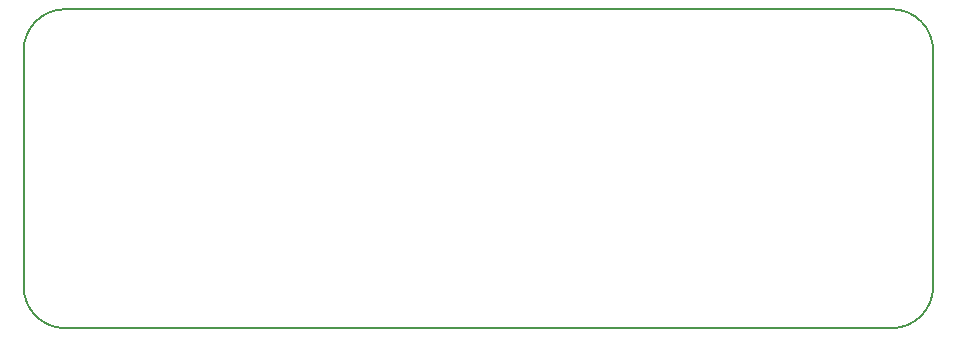
<source format=gbp>
G04 #@! TF.FileFunction,Paste,Bot*
%FSLAX46Y46*%
G04 Gerber Fmt 4.6, Leading zero omitted, Abs format (unit mm)*
G04 Created by KiCad (PCBNEW 4.0.2-stable) date 31/05/2016 22:00:56*
%MOMM*%
G01*
G04 APERTURE LIST*
%ADD10C,0.100000*%
%ADD11C,0.150000*%
G04 APERTURE END LIST*
D10*
D11*
X75000000Y28500000D02*
X5000000Y28500000D01*
X5000000Y1500000D02*
X75000000Y1500000D01*
X78500000Y25000000D02*
G75*
G03X75000000Y28500000I-3500000J0D01*
G01*
X75000000Y1500000D02*
G75*
G03X78500000Y5000000I0J3500000D01*
G01*
X78500000Y25000000D02*
X78500000Y5000000D01*
X1500000Y25000000D02*
X1500000Y5000000D01*
X5000000Y28500000D02*
G75*
G03X1500000Y25000000I0J-3500000D01*
G01*
X1500000Y5000000D02*
G75*
G03X5000000Y1500000I3500000J0D01*
G01*
M02*

</source>
